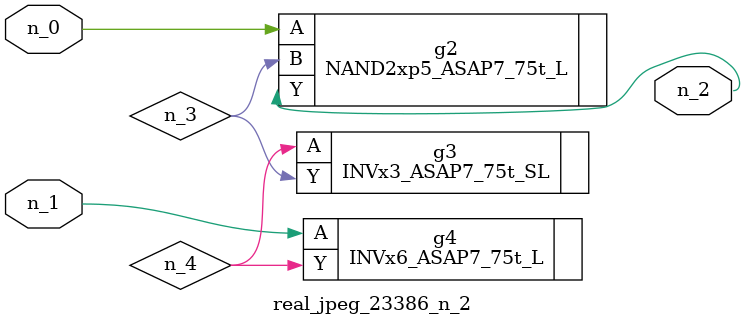
<source format=v>
module real_jpeg_23386_n_2 (n_1, n_0, n_2);

input n_1;
input n_0;

output n_2;

wire n_4;
wire n_3;

NAND2xp5_ASAP7_75t_L g2 ( 
.A(n_0),
.B(n_3),
.Y(n_2)
);

INVx6_ASAP7_75t_L g4 ( 
.A(n_1),
.Y(n_4)
);

INVx3_ASAP7_75t_SL g3 ( 
.A(n_4),
.Y(n_3)
);


endmodule
</source>
